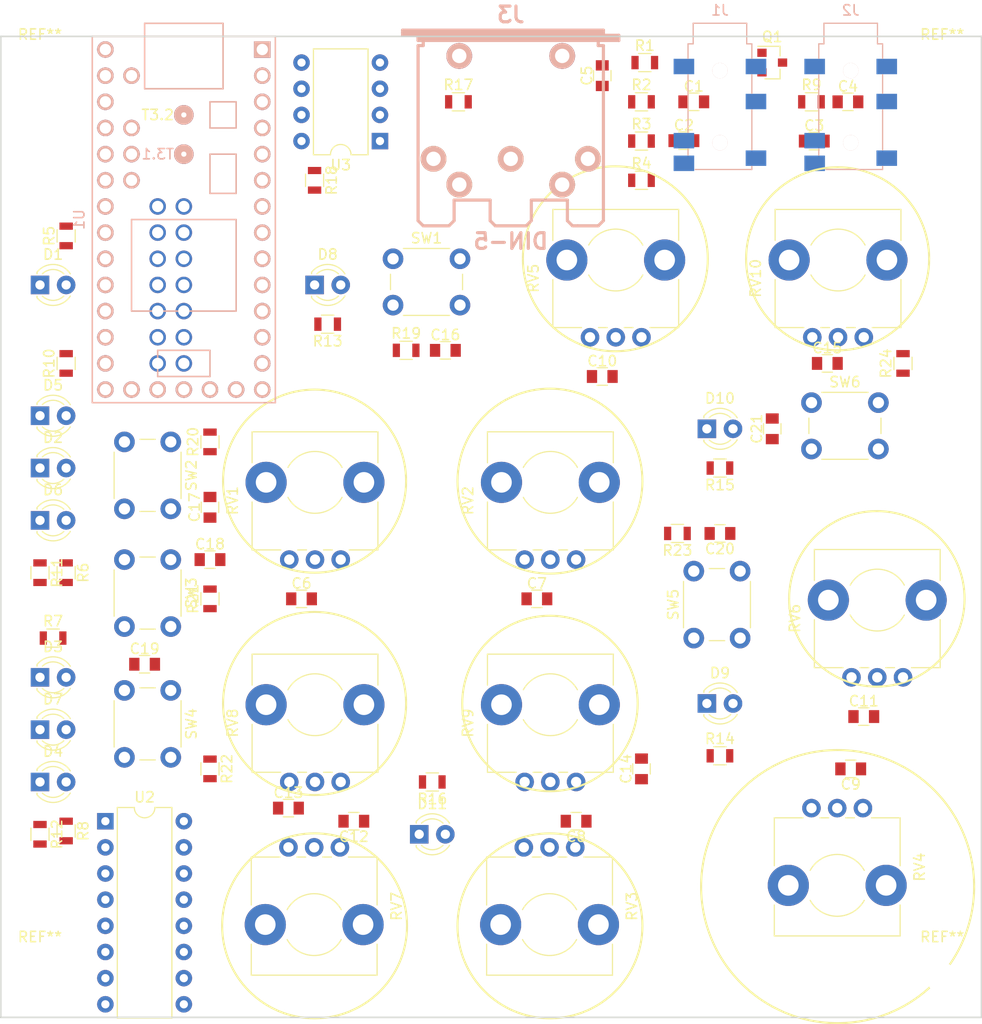
<source format=kicad_pcb>
(kicad_pcb (version 20171114) (host pcbnew "(2017-11-24 revision 9df938484)-makepkg")
  (layers (0 F.Cu signal) (31 B.Cu signal) (34 B.Paste user) (35 F.Paste user) (36 B.SilkS user) (37 F.SilkS user) (38 B.Mask user) (39 F.Mask user) (44 Edge.Cuts user))
  (net 0 "")
  (net 1 "Net-(U1-Pad18)")
  (net 2 "Net-(U1-Pad16)")
  (net 3 "Net-(U1-Pad15)")
  (net 4 "Net-(U1-Pad14)")
  (net 5 "Net-(U1-Pad34)")
  (net 6 "Net-(U1-Pad35)")
  (net 7 "Net-(U1-Pad36)")
  (net 8 "Net-(U1-Pad37)")
  (net 9 "Net-(U1-Pad3)")
  (net 10 "Net-(U1-Pad38)")
  (net 11 "Net-(U1-Pad39)")
  (net 12 "Net-(U1-Pad40)")
  (net 13 "Net-(U1-Pad41)")
  (net 14 "Net-(U1-Pad42)")
  (net 15 "Net-(U1-Pad43)")
  (net 16 "Net-(U1-Pad44)")
  (net 17 "Net-(U1-Pad45)")
  (net 18 "Net-(U1-Pad46)")
  (net 19 "Net-(U1-Pad47)")
  (net 20 "Net-(U1-Pad48)")
  (net 21 "Net-(U1-Pad49)")
  (net 22 "Net-(U1-Pad50)")
  (net 23 "Net-(U1-Pad51)")
  (net 24 "Net-(U1-Pad52)")
  (net 25 "Net-(C1-Pad2)")
  (net 26 "Net-(C1-Pad1)")
  (net 27 "Net-(C2-Pad1)")
  (net 28 "Net-(C2-Pad2)")
  (net 29 "Net-(J1-Pad3)")
  (net 30 GND)
  (net 31 "Net-(C3-Pad1)")
  (net 32 "Net-(C3-Pad2)")
  (net 33 "Net-(C4-Pad2)")
  (net 34 VOUT)
  (net 35 "Net-(C5-Pad2)")
  (net 36 A0)
  (net 37 A2)
  (net 38 A4)
  (net 39 A6)
  (net 40 A8)
  (net 41 A1)
  (net 42 A3)
  (net 43 A5)
  (net 44 A7)
  (net 45 A9)
  (net 46 B0)
  (net 47 B2)
  (net 48 B1)
  (net 49 B3)
  (net 50 "Net-(D1-Pad2)")
  (net 51 "Net-(D2-Pad2)")
  (net 52 "Net-(D3-Pad2)")
  (net 53 "Net-(D4-Pad2)")
  (net 54 "Net-(D5-Pad2)")
  (net 55 "Net-(D6-Pad2)")
  (net 56 "Net-(D7-Pad2)")
  (net 57 "Net-(D8-Pad2)")
  (net 58 "Net-(D9-Pad2)")
  (net 59 "Net-(D10-Pad2)")
  (net 60 "Net-(D11-Pad2)")
  (net 61 "Net-(J2-Pad3)")
  (net 62 "Net-(J3-Pad3)")
  (net 63 "Net-(J3-Pad4)")
  (net 64 "Net-(J3-Pad2)")
  (net 65 "Net-(J3-Pad1)")
  (net 66 "Net-(J3-Pad5)")
  (net 67 "Net-(R5-Pad2)")
  (net 68 "Net-(R6-Pad2)")
  (net 69 "Net-(R7-Pad2)")
  (net 70 "Net-(R8-Pad2)")
  (net 71 "Net-(R10-Pad2)")
  (net 72 "Net-(R11-Pad2)")
  (net 73 "Net-(R12-Pad2)")
  (net 74 "Net-(R13-Pad2)")
  (net 75 L2)
  (net 76 L1)
  (net 77 L0)
  (net 78 "Net-(R17-Pad1)")
  (net 79 MIDI_IN)
  (net 80 VSS)
  (net 81 SCK)
  (net 82 VCC)
  (net 83 MOSI)
  (net 84 B4)
  (net 85 "Net-(U2-Pad13)")
  (net 86 "Net-(U2-Pad12)")
  (net 87 "Net-(U2-Pad9)")
  (net 88 "Net-(U3-Pad4)")
  (net 89 "Net-(U3-Pad7)")
  (net 90 "Net-(U3-Pad1)")
  (net 91 TYPE)
  (module TO_SOT_Packages_SMD:SOT-23 (layer F.Cu) (at 91.44 20.32)
    (fp_text reference Q1 (at 0 -2.5) (layer F.SilkS))
    (fp_text value PZT2222A)
    (pad 1 smd rect (at -1 -0.95) (size 0.9 0.8) (layers F.Cu F.Paste F.Mask) (net 35 "Net-(C5-Pad2)"))
    (pad 2 smd rect (at -1 0.95) (size 0.9 0.8) (layers F.Cu F.Paste F.Mask) (net 82 VCC))
    (pad 3 smd rect (at 1 0) (size 0.9 0.8) (layers F.Cu F.Paste F.Mask) (net 31 "Net-(C3-Pad1)"))
  )
  (module Mounting_Holes:MountingHole_3mm (layer F.Cu) (at 107.95 109.22)
    (fp_text reference REF** (at 0 -4) (layer F.SilkS))
    (fp_text value MountingHole_3mm)
    (pad 1 np_thru_hole circle (at 0 0) (size 3 3) (drill 3) (layers *.Cu *.Mask))
  )
  (module Mounting_Holes:MountingHole_3mm (layer F.Cu) (at 20.32 109.22)
    (fp_text reference REF** (at 0 -4) (layer F.SilkS))
    (fp_text value MountingHole_3mm)
    (pad 1 np_thru_hole circle (at 0 0) (size 3 3) (drill 3) (layers *.Cu *.Mask))
  )
  (module Mounting_Holes:MountingHole_3mm (layer F.Cu) (at 20.32 21.59)
    (fp_text reference REF** (at 0 -4) (layer F.SilkS))
    (fp_text value MountingHole_3mm)
    (pad 1 np_thru_hole circle (at 0 0) (size 3 3) (drill 3) (layers *.Cu *.Mask))
  )
  (module Mounting_Holes:MountingHole_3mm (layer F.Cu) (at 107.95 21.59)
    (fp_text reference REF** (at 0 -4) (layer F.SilkS))
    (fp_text value MountingHole_3mm)
    (pad 1 np_thru_hole circle (at 0 0) (size 3 3) (drill 3) (layers *.Cu *.Mask))
  )
  (module teensy:Teensy30_31_32_LC (layer B.Cu) (at 34.29 35.56 270)
    (fp_text reference U1 (at 0 10.16 270) (layer B.SilkS) (effects (justify mirror)))
    (fp_text value Teensy3.2)
    (fp_text user T3.2 (at -10.16 2.54) (layer F.SilkS))
    (fp_text user T3.1 (at -6.35 2.54 180) (layer B.SilkS) (effects (justify mirror)))
    (pad 17 thru_hole circle (at 16.51 0 270) (size 1.6 1.6) (drill 1.1) (layers *.Cu *.Mask B.SilkS) (net 30 GND))
    (pad 18 thru_hole circle (at 16.51 2.54 270) (size 1.6 1.6) (drill 1.1) (layers *.Cu *.Mask B.SilkS) (net 1 "Net-(U1-Pad18)"))
    (pad 19 thru_hole circle (at 16.51 5.08 270) (size 1.6 1.6) (drill 1.1) (layers *.Cu *.Mask B.SilkS) (net 34 VOUT))
    (pad 20 thru_hole circle (at 16.51 7.62 270) (size 1.6 1.6) (drill 1.1) (layers *.Cu *.Mask B.SilkS) (net 81 SCK))
    (pad 16 thru_hole circle (at 16.51 -2.54 270) (size 1.6 1.6) (drill 1.1) (layers *.Cu *.Mask B.SilkS) (net 2 "Net-(U1-Pad16)"))
    (pad 15 thru_hole circle (at 16.51 -5.08 270) (size 1.6 1.6) (drill 1.1) (layers *.Cu *.Mask B.SilkS) (net 3 "Net-(U1-Pad15)"))
    (pad 14 thru_hole circle (at 16.51 -7.62 270) (size 1.6 1.6) (drill 1.1) (layers *.Cu *.Mask B.SilkS) (net 4 "Net-(U1-Pad14)"))
    (pad 21 thru_hole circle (at 13.97 7.62 270) (size 1.6 1.6) (drill 1.1) (layers *.Cu *.Mask B.SilkS) (net 36 A0))
    (pad 22 thru_hole circle (at 11.43 7.62 270) (size 1.6 1.6) (drill 1.1) (layers *.Cu *.Mask B.SilkS) (net 41 A1))
    (pad 23 thru_hole circle (at 8.89 7.62 270) (size 1.6 1.6) (drill 1.1) (layers *.Cu *.Mask B.SilkS) (net 37 A2))
    (pad 24 thru_hole circle (at 6.35 7.62 270) (size 1.6 1.6) (drill 1.1) (layers *.Cu *.Mask B.SilkS) (net 42 A3))
    (pad 25 thru_hole circle (at 3.81 7.62 270) (size 1.6 1.6) (drill 1.1) (layers *.Cu *.Mask B.SilkS) (net 38 A4))
    (pad 26 thru_hole circle (at 1.27 7.62 270) (size 1.6 1.6) (drill 1.1) (layers *.Cu *.Mask B.SilkS) (net 43 A5))
    (pad 27 thru_hole circle (at -1.27 7.62 270) (size 1.6 1.6) (drill 1.1) (layers *.Cu *.Mask B.SilkS) (net 39 A6))
    (pad 28 thru_hole circle (at -3.81 7.62 270) (size 1.6 1.6) (drill 1.1) (layers *.Cu *.Mask B.SilkS) (net 44 A7))
    (pad 29 thru_hole circle (at -6.35 7.62 270) (size 1.6 1.6) (drill 1.1) (layers *.Cu *.Mask B.SilkS) (net 40 A8))
    (pad 30 thru_hole circle (at -8.89 7.62 270) (size 1.6 1.6) (drill 1.1) (layers *.Cu *.Mask B.SilkS) (net 45 A9))
    (pad 31 thru_hole circle (at -11.43 7.62 270) (size 1.6 1.6) (drill 1.1) (layers *.Cu *.Mask B.SilkS) (net 80 VSS))
    (pad 32 thru_hole circle (at -13.97 7.62 270) (size 1.6 1.6) (drill 1.1) (layers *.Cu *.Mask B.SilkS) (net 30 GND))
    (pad 33 thru_hole circle (at -16.51 7.62 270) (size 1.6 1.6) (drill 1.1) (layers *.Cu *.Mask B.SilkS) (net 82 VCC))
    (pad 34 thru_hole circle (at -13.97 5.08 270) (size 1.6 1.6) (drill 1.1) (layers *.Cu *.Mask B.SilkS) (net 5 "Net-(U1-Pad34)"))
    (pad 35 thru_hole circle (at -8.89 5.08 270) (size 1.6 1.6) (drill 1.1) (layers *.Cu *.Mask B.SilkS) (net 6 "Net-(U1-Pad35)"))
    (pad 36 thru_hole circle (at -6.35 5.08 270) (size 1.6 1.6) (drill 1.1) (layers *.Cu *.Mask B.SilkS) (net 7 "Net-(U1-Pad36)"))
    (pad 37 thru_hole circle (at -3.81 5.08 270) (size 1.6 1.6) (drill 1.1) (layers *.Cu *.Mask B.SilkS) (net 8 "Net-(U1-Pad37)"))
    (pad 13 thru_hole circle (at 13.97 -7.62 270) (size 1.6 1.6) (drill 1.1) (layers *.Cu *.Mask B.SilkS) (net 83 MOSI))
    (pad 12 thru_hole circle (at 11.43 -7.62 270) (size 1.6 1.6) (drill 1.1) (layers *.Cu *.Mask B.SilkS) (net 49 B3))
    (pad 11 thru_hole circle (at 8.89 -7.62 270) (size 1.6 1.6) (drill 1.1) (layers *.Cu *.Mask B.SilkS) (net 47 B2))
    (pad 10 thru_hole circle (at 6.35 -7.62 270) (size 1.6 1.6) (drill 1.1) (layers *.Cu *.Mask B.SilkS) (net 48 B1))
    (pad 9 thru_hole circle (at 3.81 -7.62 270) (size 1.6 1.6) (drill 1.1) (layers *.Cu *.Mask B.SilkS) (net 46 B0))
    (pad 8 thru_hole circle (at 1.27 -7.62 270) (size 1.6 1.6) (drill 1.1) (layers *.Cu *.Mask B.SilkS) (net 75 L2))
    (pad 7 thru_hole circle (at -1.27 -7.62 270) (size 1.6 1.6) (drill 1.1) (layers *.Cu *.Mask B.SilkS) (net 76 L1))
    (pad 6 thru_hole circle (at -3.81 -7.62 270) (size 1.6 1.6) (drill 1.1) (layers *.Cu *.Mask B.SilkS) (net 77 L0))
    (pad 5 thru_hole circle (at -6.35 -7.62 270) (size 1.6 1.6) (drill 1.1) (layers *.Cu *.Mask B.SilkS) (net 91 TYPE))
    (pad 4 thru_hole circle (at -8.89 -7.62 270) (size 1.6 1.6) (drill 1.1) (layers *.Cu *.Mask B.SilkS) (net 84 B4))
    (pad 3 thru_hole circle (at -11.43 -7.62 270) (size 1.6 1.6) (drill 1.1) (layers *.Cu *.Mask B.SilkS) (net 9 "Net-(U1-Pad3)"))
    (pad 2 thru_hole circle (at -13.97 -7.62 270) (size 1.6 1.6) (drill 1.1) (layers *.Cu *.Mask B.SilkS) (net 79 MIDI_IN))
    (pad 1 thru_hole rect (at -16.51 -7.62 270) (size 1.6 1.6) (drill 1.1) (layers *.Cu *.Mask B.SilkS) (net 30 GND))
    (pad 38 thru_hole circle (at -1.27 0 270) (size 1.6 1.6) (drill 1.1) (layers *.Cu *.Mask) (net 10 "Net-(U1-Pad38)"))
    (pad 39 thru_hole circle (at 1.27 0 270) (size 1.6 1.6) (drill 1.1) (layers *.Cu *.Mask) (net 11 "Net-(U1-Pad39)"))
    (pad 40 thru_hole circle (at 3.81 0 270) (size 1.6 1.6) (drill 1.1) (layers *.Cu *.Mask) (net 12 "Net-(U1-Pad40)"))
    (pad 41 thru_hole circle (at 6.35 0 270) (size 1.6 1.6) (drill 1.1) (layers *.Cu *.Mask) (net 13 "Net-(U1-Pad41)"))
    (pad 42 thru_hole circle (at 8.89 0 270) (size 1.6 1.6) (drill 1.1) (layers *.Cu *.Mask) (net 14 "Net-(U1-Pad42)"))
    (pad 43 thru_hole circle (at 11.43 0 270) (size 1.6 1.6) (drill 1.1) (layers *.Cu *.Mask) (net 15 "Net-(U1-Pad43)"))
    (pad 44 thru_hole circle (at 13.97 0 270) (size 1.6 1.6) (drill 1.1) (layers *.Cu *.Mask) (net 16 "Net-(U1-Pad44)"))
    (pad 45 thru_hole circle (at 13.97 2.54 270) (size 1.6 1.6) (drill 1.1) (layers *.Cu *.Mask) (net 17 "Net-(U1-Pad45)"))
    (pad 46 thru_hole circle (at 11.43 2.54 270) (size 1.6 1.6) (drill 1.1) (layers *.Cu *.Mask) (net 18 "Net-(U1-Pad46)"))
    (pad 47 thru_hole circle (at 8.89 2.54 270) (size 1.6 1.6) (drill 1.1) (layers *.Cu *.Mask) (net 19 "Net-(U1-Pad47)"))
    (pad 48 thru_hole circle (at 6.35 2.54 270) (size 1.6 1.6) (drill 1.1) (layers *.Cu *.Mask) (net 20 "Net-(U1-Pad48)"))
    (pad 49 thru_hole circle (at 3.81 2.54 270) (size 1.6 1.6) (drill 1.1) (layers *.Cu *.Mask) (net 21 "Net-(U1-Pad49)"))
    (pad 50 thru_hole circle (at 1.27 2.54 270) (size 1.6 1.6) (drill 1.1) (layers *.Cu *.Mask) (net 22 "Net-(U1-Pad50)"))
    (pad 51 thru_hole circle (at -1.27 2.54 270) (size 1.6 1.6) (drill 1.1) (layers *.Cu *.Mask) (net 23 "Net-(U1-Pad51)"))
    (pad 52 thru_hole circle (at -6.35 0 270) (size 1.9 1.9) (drill 0.5) (layers *.Cu *.Mask B.SilkS) (net 24 "Net-(U1-Pad52)"))
    (pad 52 thru_hole circle (at -10.16 0 270) (size 1.9 1.9) (drill 0.5) (layers *.Cu *.Mask B.SilkS) (net 24 "Net-(U1-Pad52)"))
  )
  (module Capacitors_SMD:C_0805 (layer F.Cu) (at 83.82 24.13)
    (fp_text reference C1 (at 0 -1.5) (layer F.SilkS))
    (fp_text value 2.2u)
    (pad 2 smd rect (at 1 0) (size 1 1.25) (layers F.Cu F.Paste F.Mask) (net 25 "Net-(C1-Pad2)"))
    (pad 1 smd rect (at -1 0) (size 1 1.25) (layers F.Cu F.Paste F.Mask) (net 26 "Net-(C1-Pad1)"))
  )
  (module Capacitors_SMD:C_0805 (layer F.Cu) (at 82.86 27.9)
    (fp_text reference C2 (at 0 -1.5) (layer F.SilkS))
    (fp_text value 2.2u)
    (pad 1 smd rect (at -1 0) (size 1 1.25) (layers F.Cu F.Paste F.Mask) (net 27 "Net-(C2-Pad1)"))
    (pad 2 smd rect (at 1 0) (size 1 1.25) (layers F.Cu F.Paste F.Mask) (net 28 "Net-(C2-Pad2)"))
  )
  (module Connectors:PJ311_3.5mm_Jack (layer B.Cu) (at 86.36 25.4 180)
    (fp_text reference J1 (at 0 10.16 180) (layer B.SilkS) (effects (justify mirror)))
    (fp_text value "Line Out")
    (pad 2 smd rect (at 3.5 4.7 180) (size 2 1.5) (layers B.Cu B.Paste B.Mask) (net 25 "Net-(C1-Pad2)"))
    (pad "" np_thru_hole circle (at 0 -2.7 180) (size 1.5 1.5) (drill 1.5) (layers *.Cu *.Mask B.SilkS))
    (pad "" np_thru_hole circle (at 0 4.3 180) (size 1.5 1.5) (drill 1.5) (layers *.Cu *.Mask B.SilkS))
    (pad 4 smd rect (at 3.5 -2.5 180) (size 2 1.5) (layers B.Cu B.Paste B.Mask))
    (pad 5 smd rect (at 3.5 -4.7 180) (size 2 1.5) (layers B.Cu B.Paste B.Mask))
    (pad 1 smd rect (at -3.5 4.7 180) (size 2 1.5) (layers B.Cu B.Paste B.Mask) (net 28 "Net-(C2-Pad2)"))
    (pad 3 smd rect (at -3.5 1.3 180) (size 2 1.5) (layers B.Cu B.Paste B.Mask) (net 29 "Net-(J1-Pad3)"))
    (pad 6 smd rect (at -3.5 -4.2 180) (size 2 1.5) (layers B.Cu B.Paste B.Mask))
  )
  (module Resistors_SMD:R_0805 (layer F.Cu) (at 79.06 20.32)
    (fp_text reference R1 (at 0 -1.65) (layer F.SilkS))
    (fp_text value 3.3k)
    (pad 1 smd rect (at -0.95 0) (size 0.7 1.3) (layers F.Cu F.Paste F.Mask) (net 30 GND))
    (pad 2 smd rect (at 0.95 0) (size 0.7 1.3) (layers F.Cu F.Paste F.Mask) (net 26 "Net-(C1-Pad1)"))
  )
  (module Resistors_SMD:R_0805 (layer F.Cu) (at 78.74 24.13)
    (fp_text reference R2 (at 0 -1.65) (layer F.SilkS))
    (fp_text value 3.3k)
    (pad 1 smd rect (at -0.95 0) (size 0.7 1.3) (layers F.Cu F.Paste F.Mask) (net 30 GND))
    (pad 2 smd rect (at 0.95 0) (size 0.7 1.3) (layers F.Cu F.Paste F.Mask) (net 27 "Net-(C2-Pad1)"))
  )
  (module Resistors_SMD:R_0805 (layer F.Cu) (at 78.74 27.94)
    (fp_text reference R3 (at 0 -1.65) (layer F.SilkS))
    (fp_text value 1k)
    (pad 2 smd rect (at 0.95 0) (size 0.7 1.3) (layers F.Cu F.Paste F.Mask) (net 26 "Net-(C1-Pad1)"))
    (pad 1 smd rect (at -0.95 0) (size 0.7 1.3) (layers F.Cu F.Paste F.Mask) (net 34 VOUT))
  )
  (module Resistors_SMD:R_0805 (layer F.Cu) (at 78.74 31.75)
    (fp_text reference R4 (at 0 -1.65) (layer F.SilkS))
    (fp_text value 1k)
    (pad 2 smd rect (at 0.95 0) (size 0.7 1.3) (layers F.Cu F.Paste F.Mask) (net 27 "Net-(C2-Pad1)"))
    (pad 1 smd rect (at -0.95 0) (size 0.7 1.3) (layers F.Cu F.Paste F.Mask) (net 34 VOUT))
  )
  (module Capacitors_SMD:C_0805 (layer F.Cu) (at 95.52 27.94)
    (fp_text reference C3 (at 0 -1.5) (layer F.SilkS))
    (fp_text value 2.2u)
    (pad 1 smd rect (at -1 0) (size 1 1.25) (layers F.Cu F.Paste F.Mask) (net 31 "Net-(C3-Pad1)"))
    (pad 2 smd rect (at 1 0) (size 1 1.25) (layers F.Cu F.Paste F.Mask) (net 32 "Net-(C3-Pad2)"))
  )
  (module Capacitors_SMD:C_0805 (layer F.Cu) (at 98.79 24.13)
    (fp_text reference C4 (at 0 -1.5) (layer F.SilkS))
    (fp_text value 2.2u)
    (pad 2 smd rect (at 1 0) (size 1 1.25) (layers F.Cu F.Paste F.Mask) (net 33 "Net-(C4-Pad2)"))
    (pad 1 smd rect (at -1 0) (size 1 1.25) (layers F.Cu F.Paste F.Mask) (net 31 "Net-(C3-Pad1)"))
  )
  (module Capacitors_SMD:C_0805 (layer F.Cu) (at 74.93 21.59 90)
    (fp_text reference C5 (at 0 -1.5 90) (layer F.SilkS))
    (fp_text value 2.2u)
    (pad 1 smd rect (at -1 0 90) (size 1 1.25) (layers F.Cu F.Paste F.Mask) (net 34 VOUT))
    (pad 2 smd rect (at 1 0 90) (size 1 1.25) (layers F.Cu F.Paste F.Mask) (net 35 "Net-(C5-Pad2)"))
  )
  (module Capacitors_SMD:C_0805 (layer F.Cu) (at 45.72 72.39)
    (fp_text reference C6 (at 0 -1.5) (layer F.SilkS))
    (fp_text value 1n)
    (pad 2 smd rect (at 1 0) (size 1 1.25) (layers F.Cu F.Paste F.Mask) (net 36 A0))
    (pad 1 smd rect (at -1 0) (size 1 1.25) (layers F.Cu F.Paste F.Mask) (net 30 GND))
  )
  (module Capacitors_SMD:C_0805 (layer F.Cu) (at 68.58 72.39)
    (fp_text reference C7 (at 0 -1.5) (layer F.SilkS))
    (fp_text value 1n)
    (pad 2 smd rect (at 1 0) (size 1 1.25) (layers F.Cu F.Paste F.Mask) (net 37 A2))
    (pad 1 smd rect (at -1 0) (size 1 1.25) (layers F.Cu F.Paste F.Mask) (net 30 GND))
  )
  (module Capacitors_SMD:C_0805 (layer F.Cu) (at 72.39 93.98 180)
    (fp_text reference C8 (at 0 -1.5 180) (layer F.SilkS))
    (fp_text value 1n)
    (pad 2 smd rect (at 1 0 180) (size 1 1.25) (layers F.Cu F.Paste F.Mask) (net 38 A4))
    (pad 1 smd rect (at -1 0 180) (size 1 1.25) (layers F.Cu F.Paste F.Mask) (net 30 GND))
  )
  (module Capacitors_SMD:C_0805 (layer F.Cu) (at 99.06 88.9 180)
    (fp_text reference C9 (at 0 -1.5 180) (layer F.SilkS))
    (fp_text value 1n)
    (pad 2 smd rect (at 1 0 180) (size 1 1.25) (layers F.Cu F.Paste F.Mask) (net 39 A6))
    (pad 1 smd rect (at -1 0 180) (size 1 1.25) (layers F.Cu F.Paste F.Mask) (net 30 GND))
  )
  (module Capacitors_SMD:C_0805 (layer F.Cu) (at 74.93 50.8)
    (fp_text reference C10 (at 0 -1.5) (layer F.SilkS))
    (fp_text value 1n)
    (pad 2 smd rect (at 1 0) (size 1 1.25) (layers F.Cu F.Paste F.Mask) (net 40 A8))
    (pad 1 smd rect (at -1 0) (size 1 1.25) (layers F.Cu F.Paste F.Mask) (net 30 GND))
  )
  (module Capacitors_SMD:C_0805 (layer F.Cu) (at 100.33 83.82)
    (fp_text reference C11 (at 0 -1.5) (layer F.SilkS))
    (fp_text value 1n)
    (pad 1 smd rect (at -1 0) (size 1 1.25) (layers F.Cu F.Paste F.Mask) (net 30 GND))
    (pad 2 smd rect (at 1 0) (size 1 1.25) (layers F.Cu F.Paste F.Mask) (net 41 A1))
  )
  (module Capacitors_SMD:C_0805 (layer F.Cu) (at 50.8 93.98 180)
    (fp_text reference C12 (at 0 -1.5 180) (layer F.SilkS))
    (fp_text value 1n)
    (pad 1 smd rect (at -1 0 180) (size 1 1.25) (layers F.Cu F.Paste F.Mask) (net 30 GND))
    (pad 2 smd rect (at 1 0 180) (size 1 1.25) (layers F.Cu F.Paste F.Mask) (net 42 A3))
  )
  (module Capacitors_SMD:C_0805 (layer F.Cu) (at 44.45 92.71)
    (fp_text reference C13 (at 0 -1.5) (layer F.SilkS))
    (fp_text value 1n)
    (pad 1 smd rect (at -1 0) (size 1 1.25) (layers F.Cu F.Paste F.Mask) (net 30 GND))
    (pad 2 smd rect (at 1 0) (size 1 1.25) (layers F.Cu F.Paste F.Mask) (net 43 A5))
  )
  (module Capacitors_SMD:C_0805 (layer F.Cu) (at 78.74 88.9 90)
    (fp_text reference C14 (at 0 -1.5 90) (layer F.SilkS))
    (fp_text value 1n)
    (pad 1 smd rect (at -1 0 90) (size 1 1.25) (layers F.Cu F.Paste F.Mask) (net 30 GND))
    (pad 2 smd rect (at 1 0 90) (size 1 1.25) (layers F.Cu F.Paste F.Mask) (net 44 A7))
  )
  (module Capacitors_SMD:C_0805 (layer F.Cu) (at 96.79 49.53)
    (fp_text reference C15 (at 0 -1.5) (layer F.SilkS))
    (fp_text value 1n)
    (pad 2 smd rect (at 1 0) (size 1 1.25) (layers F.Cu F.Paste F.Mask) (net 45 A9))
    (pad 1 smd rect (at -1 0) (size 1 1.25) (layers F.Cu F.Paste F.Mask) (net 30 GND))
  )
  (module Capacitors_SMD:C_0805 (layer F.Cu) (at 59.69 48.26)
    (fp_text reference C16 (at 0 -1.5) (layer F.SilkS))
    (fp_text value 1n)
    (pad 2 smd rect (at 1 0) (size 1 1.25) (layers F.Cu F.Paste F.Mask) (net 46 B0))
    (pad 1 smd rect (at -1 0) (size 1 1.25) (layers F.Cu F.Paste F.Mask) (net 30 GND))
  )
  (module Capacitors_SMD:C_0805 (layer F.Cu) (at 36.83 63.5 90)
    (fp_text reference C17 (at 0 -1.5 90) (layer F.SilkS))
    (fp_text value 1n)
    (pad 2 smd rect (at 1 0 90) (size 1 1.25) (layers F.Cu F.Paste F.Mask) (net 47 B2))
    (pad 1 smd rect (at -1 0 90) (size 1 1.25) (layers F.Cu F.Paste F.Mask) (net 30 GND))
  )
  (module Capacitors_SMD:C_0805 (layer F.Cu) (at 36.83 68.58)
    (fp_text reference C18 (at 0 -1.5) (layer F.SilkS))
    (fp_text value 1n)
    (pad 1 smd rect (at -1 0) (size 1 1.25) (layers F.Cu F.Paste F.Mask) (net 30 GND))
    (pad 2 smd rect (at 1 0) (size 1 1.25) (layers F.Cu F.Paste F.Mask) (net 48 B1))
  )
  (module Capacitors_SMD:C_0805 (layer F.Cu) (at 30.48 78.74)
    (fp_text reference C19 (at 0 -1.5) (layer F.SilkS))
    (fp_text value 1n)
    (pad 1 smd rect (at -1 0) (size 1 1.25) (layers F.Cu F.Paste F.Mask) (net 30 GND))
    (pad 2 smd rect (at 1 0) (size 1 1.25) (layers F.Cu F.Paste F.Mask) (net 49 B3))
  )
  (module LEDs:LED_D3.0mm (layer F.Cu) (at 20.32 41.91)
    (fp_text reference D1 (at 1.27 -2.96) (layer F.SilkS))
    (fp_text value LED)
    (pad 2 thru_hole circle (at 2.54 0) (size 1.8 1.8) (drill 0.9) (layers *.Cu *.Mask) (net 50 "Net-(D1-Pad2)"))
    (pad 1 thru_hole rect (at 0 0) (size 1.8 1.8) (drill 0.9) (layers *.Cu *.Mask) (net 30 GND))
  )
  (module LEDs:LED_D3.0mm (layer F.Cu) (at 20.32 59.69)
    (fp_text reference D2 (at 1.27 -2.96) (layer F.SilkS))
    (fp_text value LED)
    (pad 1 thru_hole rect (at 0 0) (size 1.8 1.8) (drill 0.9) (layers *.Cu *.Mask) (net 30 GND))
    (pad 2 thru_hole circle (at 2.54 0) (size 1.8 1.8) (drill 0.9) (layers *.Cu *.Mask) (net 51 "Net-(D2-Pad2)"))
  )
  (module LEDs:LED_D3.0mm (layer F.Cu) (at 20.32 80.01)
    (fp_text reference D3 (at 1.27 -2.96) (layer F.SilkS))
    (fp_text value LED)
    (pad 1 thru_hole rect (at 0 0) (size 1.8 1.8) (drill 0.9) (layers *.Cu *.Mask) (net 30 GND))
    (pad 2 thru_hole circle (at 2.54 0) (size 1.8 1.8) (drill 0.9) (layers *.Cu *.Mask) (net 52 "Net-(D3-Pad2)"))
  )
  (module LEDs:LED_D3.0mm (layer F.Cu) (at 20.32 90.17)
    (fp_text reference D4 (at 1.27 -2.96) (layer F.SilkS))
    (fp_text value LED)
    (pad 1 thru_hole rect (at 0 0) (size 1.8 1.8) (drill 0.9) (layers *.Cu *.Mask) (net 30 GND))
    (pad 2 thru_hole circle (at 2.54 0) (size 1.8 1.8) (drill 0.9) (layers *.Cu *.Mask) (net 53 "Net-(D4-Pad2)"))
  )
  (module LEDs:LED_D3.0mm (layer F.Cu) (at 20.32 54.61)
    (fp_text reference D5 (at 1.27 -2.96) (layer F.SilkS))
    (fp_text value LED)
    (pad 2 thru_hole circle (at 2.54 0) (size 1.8 1.8) (drill 0.9) (layers *.Cu *.Mask) (net 54 "Net-(D5-Pad2)"))
    (pad 1 thru_hole rect (at 0 0) (size 1.8 1.8) (drill 0.9) (layers *.Cu *.Mask) (net 30 GND))
  )
  (module LEDs:LED_D3.0mm (layer F.Cu) (at 20.32 64.77)
    (fp_text reference D6 (at 1.27 -2.96) (layer F.SilkS))
    (fp_text value LED)
    (pad 2 thru_hole circle (at 2.54 0) (size 1.8 1.8) (drill 0.9) (layers *.Cu *.Mask) (net 55 "Net-(D6-Pad2)"))
    (pad 1 thru_hole rect (at 0 0) (size 1.8 1.8) (drill 0.9) (layers *.Cu *.Mask) (net 30 GND))
  )
  (module LEDs:LED_D3.0mm (layer F.Cu) (at 20.32 85.09)
    (fp_text reference D7 (at 1.27 -2.96) (layer F.SilkS))
    (fp_text value LED)
    (pad 2 thru_hole circle (at 2.54 0) (size 1.8 1.8) (drill 0.9) (layers *.Cu *.Mask) (net 56 "Net-(D7-Pad2)"))
    (pad 1 thru_hole rect (at 0 0) (size 1.8 1.8) (drill 0.9) (layers *.Cu *.Mask) (net 30 GND))
  )
  (module LEDs:LED_D3.0mm (layer F.Cu) (at 46.99 41.91)
    (fp_text reference D8 (at 1.27 -2.96) (layer F.SilkS))
    (fp_text value LED)
    (pad 2 thru_hole circle (at 2.54 0) (size 1.8 1.8) (drill 0.9) (layers *.Cu *.Mask) (net 57 "Net-(D8-Pad2)"))
    (pad 1 thru_hole rect (at 0 0) (size 1.8 1.8) (drill 0.9) (layers *.Cu *.Mask) (net 30 GND))
  )
  (module LEDs:LED_D3.0mm (layer F.Cu) (at 85.09 82.55)
    (fp_text reference D9 (at 1.27 -2.96) (layer F.SilkS))
    (fp_text value LED)
    (pad 1 thru_hole rect (at 0 0) (size 1.8 1.8) (drill 0.9) (layers *.Cu *.Mask) (net 30 GND))
    (pad 2 thru_hole circle (at 2.54 0) (size 1.8 1.8) (drill 0.9) (layers *.Cu *.Mask) (net 58 "Net-(D9-Pad2)"))
  )
  (module LEDs:LED_D3.0mm (layer F.Cu) (at 85.09 55.88)
    (fp_text reference D10 (at 1.27 -2.96) (layer F.SilkS))
    (fp_text value LED)
    (pad 2 thru_hole circle (at 2.54 0) (size 1.8 1.8) (drill 0.9) (layers *.Cu *.Mask) (net 59 "Net-(D10-Pad2)"))
    (pad 1 thru_hole rect (at 0 0) (size 1.8 1.8) (drill 0.9) (layers *.Cu *.Mask) (net 30 GND))
  )
  (module LEDs:LED_D3.0mm (layer F.Cu) (at 57.15 95.25)
    (fp_text reference D11 (at 1.27 -2.96) (layer F.SilkS))
    (fp_text value LED)
    (pad 1 thru_hole rect (at 0 0) (size 1.8 1.8) (drill 0.9) (layers *.Cu *.Mask) (net 30 GND))
    (pad 2 thru_hole circle (at 2.54 0) (size 1.8 1.8) (drill 0.9) (layers *.Cu *.Mask) (net 60 "Net-(D11-Pad2)"))
  )
  (module Connectors:PJ311_3.5mm_Jack (layer B.Cu) (at 99.06 25.4 180)
    (fp_text reference J2 (at 0 10.16 180) (layer B.SilkS) (effects (justify mirror)))
    (fp_text value "Headphone Out")
    (pad 2 smd rect (at 3.5 4.7 180) (size 2 1.5) (layers B.Cu B.Paste B.Mask) (net 33 "Net-(C4-Pad2)"))
    (pad "" np_thru_hole circle (at 0 -2.7 180) (size 1.5 1.5) (drill 1.5) (layers *.Cu *.Mask B.SilkS))
    (pad "" np_thru_hole circle (at 0 4.3 180) (size 1.5 1.5) (drill 1.5) (layers *.Cu *.Mask B.SilkS))
    (pad 4 smd rect (at 3.5 -2.5 180) (size 2 1.5) (layers B.Cu B.Paste B.Mask))
    (pad 5 smd rect (at 3.5 -4.7 180) (size 2 1.5) (layers B.Cu B.Paste B.Mask))
    (pad 1 smd rect (at -3.5 4.7 180) (size 2 1.5) (layers B.Cu B.Paste B.Mask) (net 32 "Net-(C3-Pad2)"))
    (pad 3 smd rect (at -3.5 1.3 180) (size 2 1.5) (layers B.Cu B.Paste B.Mask) (net 61 "Net-(J2-Pad3)"))
    (pad 6 smd rect (at -3.5 -4.2 180) (size 2 1.5) (layers B.Cu B.Paste B.Mask))
  )
  (module Eurocad:MIDI_DIN5 (layer B.Cu) (at 66.04 26.67)
    (fp_text reference J3 (at 0 -11.00074) (layer B.SilkS) (effects (font (thickness 0.3048)) (justify mirror)))
    (fp_text value DIN-5 (at 0 11.00074) (layer B.SilkS) (effects (font (thickness 0.3048)) (justify mirror)))
    (pad 3 thru_hole circle (at -7.49808 2.9972) (size 2.49936 2.49936) (drill 1.397) (layers *.Cu *.SilkS *.Mask) (net 62 "Net-(J3-Pad3)"))
    (pad 4 thru_hole circle (at 4.99618 5.4991) (size 2.49936 2.49936) (drill 1.397) (layers *.Cu *.SilkS *.Mask) (net 63 "Net-(J3-Pad4)"))
    (pad 2 thru_hole circle (at 0 2.99974) (size 2.49936 2.49936) (drill 1.397) (layers *.Cu *.SilkS *.Mask) (net 64 "Net-(J3-Pad2)"))
    (pad 1 thru_hole circle (at 7.49808 2.9972) (size 2.49936 2.49936) (drill 1.397) (layers *.Cu *.SilkS *.Mask) (net 65 "Net-(J3-Pad1)"))
    (pad 5 thru_hole circle (at -4.99618 5.4991) (size 2.49936 2.49936) (drill 1.397) (layers *.Cu *.SilkS *.Mask) (net 66 "Net-(J3-Pad5)"))
    (pad "" np_thru_hole circle (at 5.00126 -6.9977) (size 2.49936 2.49936) (drill 1.397) (layers *.Cu *.Mask B.SilkS))
    (pad "" np_thru_hole circle (at -5.00126 -6.9977) (size 2.49936 2.49936) (drill 1.397) (layers *.Cu *.Mask B.SilkS))
  )
  (module Resistors_SMD:R_0805 (layer F.Cu) (at 22.86 37.15 90)
    (fp_text reference R5 (at 0 -1.65 90) (layer F.SilkS))
    (fp_text value 100)
    (pad 1 smd rect (at -0.95 0 90) (size 0.7 1.3) (layers F.Cu F.Paste F.Mask) (net 50 "Net-(D1-Pad2)"))
    (pad 2 smd rect (at 0.95 0 90) (size 0.7 1.3) (layers F.Cu F.Paste F.Mask) (net 67 "Net-(R5-Pad2)"))
  )
  (module Resistors_SMD:R_0805 (layer F.Cu) (at 22.86 69.85 270)
    (fp_text reference R6 (at 0 -1.65 270) (layer F.SilkS))
    (fp_text value 100)
    (pad 1 smd rect (at -0.95 0 270) (size 0.7 1.3) (layers F.Cu F.Paste F.Mask) (net 51 "Net-(D2-Pad2)"))
    (pad 2 smd rect (at 0.95 0 270) (size 0.7 1.3) (layers F.Cu F.Paste F.Mask) (net 68 "Net-(R6-Pad2)"))
  )
  (module Resistors_SMD:R_0805 (layer F.Cu) (at 21.59 76.2)
    (fp_text reference R7 (at 0 -1.65) (layer F.SilkS))
    (fp_text value 100)
    (pad 1 smd rect (at -0.95 0) (size 0.7 1.3) (layers F.Cu F.Paste F.Mask) (net 52 "Net-(D3-Pad2)"))
    (pad 2 smd rect (at 0.95 0) (size 0.7 1.3) (layers F.Cu F.Paste F.Mask) (net 69 "Net-(R7-Pad2)"))
  )
  (module Resistors_SMD:R_0805 (layer F.Cu) (at 22.86 94.93 270)
    (fp_text reference R8 (at 0 -1.65 270) (layer F.SilkS))
    (fp_text value 100)
    (pad 1 smd rect (at -0.95 0 270) (size 0.7 1.3) (layers F.Cu F.Paste F.Mask) (net 53 "Net-(D4-Pad2)"))
    (pad 2 smd rect (at 0.95 0 270) (size 0.7 1.3) (layers F.Cu F.Paste F.Mask) (net 70 "Net-(R8-Pad2)"))
  )
  (module Resistors_SMD:R_0805 (layer F.Cu) (at 95.25 24.13)
    (fp_text reference R9 (at 0 -1.65) (layer F.SilkS))
    (fp_text value 100)
    (pad 2 smd rect (at 0.95 0) (size 0.7 1.3) (layers F.Cu F.Paste F.Mask) (net 31 "Net-(C3-Pad1)"))
    (pad 1 smd rect (at -0.95 0) (size 0.7 1.3) (layers F.Cu F.Paste F.Mask) (net 30 GND))
  )
  (module Resistors_SMD:R_0805 (layer F.Cu) (at 22.86 49.53 90)
    (fp_text reference R10 (at 0 -1.65 90) (layer F.SilkS))
    (fp_text value 100)
    (pad 2 smd rect (at 0.95 0 90) (size 0.7 1.3) (layers F.Cu F.Paste F.Mask) (net 71 "Net-(R10-Pad2)"))
    (pad 1 smd rect (at -0.95 0 90) (size 0.7 1.3) (layers F.Cu F.Paste F.Mask) (net 54 "Net-(D5-Pad2)"))
  )
  (module Resistors_SMD:R_0805 (layer F.Cu) (at 20.32 69.85 270)
    (fp_text reference R11 (at 0 -1.65 270) (layer F.SilkS))
    (fp_text value 100)
    (pad 2 smd rect (at 0.95 0 270) (size 0.7 1.3) (layers F.Cu F.Paste F.Mask) (net 72 "Net-(R11-Pad2)"))
    (pad 1 smd rect (at -0.95 0 270) (size 0.7 1.3) (layers F.Cu F.Paste F.Mask) (net 55 "Net-(D6-Pad2)"))
  )
  (module Resistors_SMD:R_0805 (layer F.Cu) (at 20.32 95.25 270)
    (fp_text reference R12 (at 0 -1.65 270) (layer F.SilkS))
    (fp_text value 100)
    (pad 2 smd rect (at 0.95 0 270) (size 0.7 1.3) (layers F.Cu F.Paste F.Mask) (net 73 "Net-(R12-Pad2)"))
    (pad 1 smd rect (at -0.95 0 270) (size 0.7 1.3) (layers F.Cu F.Paste F.Mask) (net 56 "Net-(D7-Pad2)"))
  )
  (module Resistors_SMD:R_0805 (layer F.Cu) (at 48.26 45.72 180)
    (fp_text reference R13 (at 0 -1.65 180) (layer F.SilkS))
    (fp_text value 100)
    (pad 2 smd rect (at 0.95 0 180) (size 0.7 1.3) (layers F.Cu F.Paste F.Mask) (net 74 "Net-(R13-Pad2)"))
    (pad 1 smd rect (at -0.95 0 180) (size 0.7 1.3) (layers F.Cu F.Paste F.Mask) (net 57 "Net-(D8-Pad2)"))
  )
  (module Resistors_SMD:R_0805 (layer F.Cu) (at 86.36 87.63)
    (fp_text reference R14 (at 0 -1.65) (layer F.SilkS))
    (fp_text value 100)
    (pad 2 smd rect (at 0.95 0) (size 0.7 1.3) (layers F.Cu F.Paste F.Mask) (net 75 L2))
    (pad 1 smd rect (at -0.95 0) (size 0.7 1.3) (layers F.Cu F.Paste F.Mask) (net 58 "Net-(D9-Pad2)"))
  )
  (module Resistors_SMD:R_0805 (layer F.Cu) (at 86.36 59.69 180)
    (fp_text reference R15 (at 0 -1.65 180) (layer F.SilkS))
    (fp_text value 100)
    (pad 1 smd rect (at -0.95 0 180) (size 0.7 1.3) (layers F.Cu F.Paste F.Mask) (net 59 "Net-(D10-Pad2)"))
    (pad 2 smd rect (at 0.95 0 180) (size 0.7 1.3) (layers F.Cu F.Paste F.Mask) (net 76 L1))
  )
  (module Resistors_SMD:R_0805 (layer F.Cu) (at 58.42 90.17 180)
    (fp_text reference R16 (at 0 -1.65 180) (layer F.SilkS))
    (fp_text value 100)
    (pad 2 smd rect (at 0.95 0 180) (size 0.7 1.3) (layers F.Cu F.Paste F.Mask) (net 77 L0))
    (pad 1 smd rect (at -0.95 0 180) (size 0.7 1.3) (layers F.Cu F.Paste F.Mask) (net 60 "Net-(D11-Pad2)"))
  )
  (module Resistors_SMD:R_0805 (layer F.Cu) (at 60.96 24.13)
    (fp_text reference R17 (at 0 -1.65) (layer F.SilkS))
    (fp_text value 100)
    (pad 1 smd rect (at -0.95 0) (size 0.7 1.3) (layers F.Cu F.Paste F.Mask) (net 78 "Net-(R17-Pad1)"))
    (pad 2 smd rect (at 0.95 0) (size 0.7 1.3) (layers F.Cu F.Paste F.Mask) (net 63 "Net-(J3-Pad4)"))
  )
  (module Resistors_SMD:R_0805 (layer F.Cu) (at 46.99 31.75 270)
    (fp_text reference R18 (at 0 -1.65 270) (layer F.SilkS))
    (fp_text value 1k)
    (pad 1 smd rect (at -0.95 0 270) (size 0.7 1.3) (layers F.Cu F.Paste F.Mask) (net 79 MIDI_IN))
    (pad 2 smd rect (at 0.95 0 270) (size 0.7 1.3) (layers F.Cu F.Paste F.Mask) (net 80 VSS))
  )
  (module Resistors_SMD:R_0805 (layer F.Cu) (at 55.88 48.26)
    (fp_text reference R19 (at 0 -1.65) (layer F.SilkS))
    (fp_text value 1k)
    (pad 1 smd rect (at -0.95 0) (size 0.7 1.3) (layers F.Cu F.Paste F.Mask) (net 46 B0))
    (pad 2 smd rect (at 0.95 0) (size 0.7 1.3) (layers F.Cu F.Paste F.Mask) (net 80 VSS))
  )
  (module Resistors_SMD:R_0805 (layer F.Cu) (at 36.83 57.15 90)
    (fp_text reference R20 (at 0 -1.65 90) (layer F.SilkS))
    (fp_text value 1k)
    (pad 2 smd rect (at 0.95 0 90) (size 0.7 1.3) (layers F.Cu F.Paste F.Mask) (net 80 VSS))
    (pad 1 smd rect (at -0.95 0 90) (size 0.7 1.3) (layers F.Cu F.Paste F.Mask) (net 47 B2))
  )
  (module Resistors_SMD:R_0805 (layer F.Cu) (at 36.83 72.39 90)
    (fp_text reference R21 (at 0 -1.65 90) (layer F.SilkS))
    (fp_text value 1k)
    (pad 1 smd rect (at -0.95 0 90) (size 0.7 1.3) (layers F.Cu F.Paste F.Mask) (net 48 B1))
    (pad 2 smd rect (at 0.95 0 90) (size 0.7 1.3) (layers F.Cu F.Paste F.Mask) (net 80 VSS))
  )
  (module Resistors_SMD:R_0805 (layer F.Cu) (at 36.83 88.9 270)
    (fp_text reference R22 (at 0 -1.65 270) (layer F.SilkS))
    (fp_text value 1k)
    (pad 2 smd rect (at 0.95 0 270) (size 0.7 1.3) (layers F.Cu F.Paste F.Mask) (net 80 VSS))
    (pad 1 smd rect (at -0.95 0 270) (size 0.7 1.3) (layers F.Cu F.Paste F.Mask) (net 49 B3))
  )
  (module Potentiometers:Potentiometer_Alps_RK09L_Sleve_Single_Horizontal (layer F.Cu) (at 49.53 68.58 90)
    (fp_text reference RV1 (at 5.725 -10.5 90) (layer F.SilkS))
    (fp_text value 10k)
    (pad 3 thru_hole circle (at 0 -5 90) (size 1.8 1.8) (drill 1) (layers *.Cu *.Mask) (net 30 GND))
    (pad 2 thru_hole circle (at 0 -2.5 90) (size 1.8 1.8) (drill 1) (layers *.Cu *.Mask) (net 36 A0))
    (pad 1 thru_hole circle (at 0 0 90) (size 1.8 1.8) (drill 1) (layers *.Cu *.Mask) (net 80 VSS))
    (pad 0 np_thru_hole circle (at 7.5 -7.25 90) (size 4 4) (drill 2) (layers *.Cu *.Mask))
    (pad 0 np_thru_hole circle (at 7.5 2.25 90) (size 4 4) (drill 2) (layers *.Cu *.Mask))
  )
  (module Potentiometers:Potentiometer_Alps_RK09L_Sleve_Single_Horizontal (layer F.Cu) (at 72.39 68.58 90)
    (fp_text reference RV2 (at 5.725 -10.5 90) (layer F.SilkS))
    (fp_text value 10k)
    (pad 3 thru_hole circle (at 0 -5 90) (size 1.8 1.8) (drill 1) (layers *.Cu *.Mask) (net 30 GND))
    (pad 2 thru_hole circle (at 0 -2.5 90) (size 1.8 1.8) (drill 1) (layers *.Cu *.Mask) (net 37 A2))
    (pad 1 thru_hole circle (at 0 0 90) (size 1.8 1.8) (drill 1) (layers *.Cu *.Mask) (net 80 VSS))
    (pad 0 np_thru_hole circle (at 7.5 -7.25 90) (size 4 4) (drill 2) (layers *.Cu *.Mask))
    (pad 0 np_thru_hole circle (at 7.5 2.25 90) (size 4 4) (drill 2) (layers *.Cu *.Mask))
  )
  (module Potentiometers:Potentiometer_Alps_RK09L_Sleve_Single_Horizontal (layer F.Cu) (at 67.31 96.52 270)
    (fp_text reference RV3 (at 5.725 -10.5 270) (layer F.SilkS))
    (fp_text value 10k)
    (pad 3 thru_hole circle (at 0 -5 270) (size 1.8 1.8) (drill 1) (layers *.Cu *.Mask) (net 30 GND))
    (pad 2 thru_hole circle (at 0 -2.5 270) (size 1.8 1.8) (drill 1) (layers *.Cu *.Mask) (net 38 A4))
    (pad 1 thru_hole circle (at 0 0 270) (size 1.8 1.8) (drill 1) (layers *.Cu *.Mask) (net 80 VSS))
    (pad 0 np_thru_hole circle (at 7.5 -7.25 270) (size 4 4) (drill 2) (layers *.Cu *.Mask))
    (pad 0 np_thru_hole circle (at 7.5 2.25 270) (size 4 4) (drill 2) (layers *.Cu *.Mask))
  )
  (module Potentiometers:Potentiometer_Alps_RK09L_Sleve_Single_Horizontal (layer F.Cu) (at 95.25 92.71 270)
    (fp_text reference RV4 (at 5.725 -10.5 270) (layer F.SilkS))
    (fp_text value 10k)
    (pad 0 np_thru_hole circle (at 7.5 2.25 270) (size 4 4) (drill 2) (layers *.Cu *.Mask))
    (pad 0 np_thru_hole circle (at 7.5 -7.25 270) (size 4 4) (drill 2) (layers *.Cu *.Mask))
    (pad 1 thru_hole circle (at 0 0 270) (size 1.8 1.8) (drill 1) (layers *.Cu *.Mask) (net 80 VSS))
    (pad 2 thru_hole circle (at 0 -2.5 270) (size 1.8 1.8) (drill 1) (layers *.Cu *.Mask) (net 39 A6))
    (pad 3 thru_hole circle (at 0 -5 270) (size 1.8 1.8) (drill 1) (layers *.Cu *.Mask) (net 30 GND))
  )
  (module Potentiometers:Potentiometer_Alps_RK09L_Sleve_Single_Horizontal (layer F.Cu) (at 78.74 46.99 90)
    (fp_text reference RV5 (at 5.725 -10.5 90) (layer F.SilkS))
    (fp_text value 10k)
    (pad 0 np_thru_hole circle (at 7.5 2.25 90) (size 4 4) (drill 2) (layers *.Cu *.Mask))
    (pad 0 np_thru_hole circle (at 7.5 -7.25 90) (size 4 4) (drill 2) (layers *.Cu *.Mask))
    (pad 1 thru_hole circle (at 0 0 90) (size 1.8 1.8) (drill 1) (layers *.Cu *.Mask) (net 80 VSS))
    (pad 2 thru_hole circle (at 0 -2.5 90) (size 1.8 1.8) (drill 1) (layers *.Cu *.Mask) (net 40 A8))
    (pad 3 thru_hole circle (at 0 -5 90) (size 1.8 1.8) (drill 1) (layers *.Cu *.Mask) (net 30 GND))
  )
  (module Potentiometers:Potentiometer_Alps_RK09L_Sleve_Single_Horizontal (layer F.Cu) (at 104.14 80.01 90)
    (fp_text reference RV6 (at 5.725 -10.5 90) (layer F.SilkS))
    (fp_text value 10k)
    (pad 0 np_thru_hole circle (at 7.5 2.25 90) (size 4 4) (drill 2) (layers *.Cu *.Mask))
    (pad 0 np_thru_hole circle (at 7.5 -7.25 90) (size 4 4) (drill 2) (layers *.Cu *.Mask))
    (pad 1 thru_hole circle (at 0 0 90) (size 1.8 1.8) (drill 1) (layers *.Cu *.Mask) (net 80 VSS))
    (pad 2 thru_hole circle (at 0 -2.5 90) (size 1.8 1.8) (drill 1) (layers *.Cu *.Mask) (net 41 A1))
    (pad 3 thru_hole circle (at 0 -5 90) (size 1.8 1.8) (drill 1) (layers *.Cu *.Mask) (net 30 GND))
  )
  (module Potentiometers:Potentiometer_Alps_RK09L_Sleve_Single_Horizontal (layer F.Cu) (at 44.45 96.52 270)
    (fp_text reference RV7 (at 5.725 -10.5 270) (layer F.SilkS))
    (fp_text value 10k)
    (pad 0 np_thru_hole circle (at 7.5 2.25 270) (size 4 4) (drill 2) (layers *.Cu *.Mask))
    (pad 0 np_thru_hole circle (at 7.5 -7.25 270) (size 4 4) (drill 2) (layers *.Cu *.Mask))
    (pad 1 thru_hole circle (at 0 0 270) (size 1.8 1.8) (drill 1) (layers *.Cu *.Mask) (net 80 VSS))
    (pad 2 thru_hole circle (at 0 -2.5 270) (size 1.8 1.8) (drill 1) (layers *.Cu *.Mask) (net 42 A3))
    (pad 3 thru_hole circle (at 0 -5 270) (size 1.8 1.8) (drill 1) (layers *.Cu *.Mask) (net 30 GND))
  )
  (module Potentiometers:Potentiometer_Alps_RK09L_Sleve_Single_Horizontal (layer F.Cu) (at 49.53 90.17 90)
    (fp_text reference RV8 (at 5.725 -10.5 90) (layer F.SilkS))
    (fp_text value 10k)
    (pad 0 np_thru_hole circle (at 7.5 2.25 90) (size 4 4) (drill 2) (layers *.Cu *.Mask))
    (pad 0 np_thru_hole circle (at 7.5 -7.25 90) (size 4 4) (drill 2) (layers *.Cu *.Mask))
    (pad 1 thru_hole circle (at 0 0 90) (size 1.8 1.8) (drill 1) (layers *.Cu *.Mask) (net 80 VSS))
    (pad 2 thru_hole circle (at 0 -2.5 90) (size 1.8 1.8) (drill 1) (layers *.Cu *.Mask) (net 43 A5))
    (pad 3 thru_hole circle (at 0 -5 90) (size 1.8 1.8) (drill 1) (layers *.Cu *.Mask) (net 30 GND))
  )
  (module Potentiometers:Potentiometer_Alps_RK09L_Sleve_Single_Horizontal (layer F.Cu) (at 72.39 90.17 90)
    (fp_text reference RV9 (at 5.725 -10.5 90) (layer F.SilkS))
    (fp_text value 10k)
    (pad 3 thru_hole circle (at 0 -5 90) (size 1.8 1.8) (drill 1) (layers *.Cu *.Mask) (net 30 GND))
    (pad 2 thru_hole circle (at 0 -2.5 90) (size 1.8 1.8) (drill 1) (layers *.Cu *.Mask) (net 44 A7))
    (pad 1 thru_hole circle (at 0 0 90) (size 1.8 1.8) (drill 1) (layers *.Cu *.Mask) (net 80 VSS))
    (pad 0 np_thru_hole circle (at 7.5 -7.25 90) (size 4 4) (drill 2) (layers *.Cu *.Mask))
    (pad 0 np_thru_hole circle (at 7.5 2.25 90) (size 4 4) (drill 2) (layers *.Cu *.Mask))
  )
  (module Potentiometers:Potentiometer_Alps_RK09L_Sleve_Single_Horizontal (layer F.Cu) (at 100.33 46.99 90)
    (fp_text reference RV10 (at 5.725 -10.5 90) (layer F.SilkS))
    (fp_text value 10k)
    (pad 3 thru_hole circle (at 0 -5 90) (size 1.8 1.8) (drill 1) (layers *.Cu *.Mask) (net 30 GND))
    (pad 2 thru_hole circle (at 0 -2.5 90) (size 1.8 1.8) (drill 1) (layers *.Cu *.Mask) (net 45 A9))
    (pad 1 thru_hole circle (at 0 0 90) (size 1.8 1.8) (drill 1) (layers *.Cu *.Mask) (net 80 VSS))
    (pad 0 np_thru_hole circle (at 7.5 -7.25 90) (size 4 4) (drill 2) (layers *.Cu *.Mask))
    (pad 0 np_thru_hole circle (at 7.5 2.25 90) (size 4 4) (drill 2) (layers *.Cu *.Mask))
  )
  (module Buttons_Switches_THT:SW_PUSH_6mm (layer F.Cu) (at 54.61 39.37)
    (fp_text reference SW1 (at 3.25 -2) (layer F.SilkS))
    (fp_text value SW_Push_Dual)
    (pad 1 thru_hole circle (at 6.5 0 90) (size 2 2) (drill 1.1) (layers *.Cu *.Mask) (net 46 B0))
    (pad 2 thru_hole circle (at 6.5 4.5 90) (size 2 2) (drill 1.1) (layers *.Cu *.Mask) (net 30 GND))
    (pad 1 thru_hole circle (at 0 0 90) (size 2 2) (drill 1.1) (layers *.Cu *.Mask) (net 46 B0))
    (pad 2 thru_hole circle (at 0 4.5 90) (size 2 2) (drill 1.1) (layers *.Cu *.Mask) (net 30 GND))
  )
  (module Buttons_Switches_THT:SW_PUSH_6mm (layer F.Cu) (at 33.02 57.15 270)
    (fp_text reference SW2 (at 3.25 -2 270) (layer F.SilkS))
    (fp_text value SW_Push_Dual)
    (pad 1 thru_hole circle (at 6.5 0) (size 2 2) (drill 1.1) (layers *.Cu *.Mask) (net 47 B2))
    (pad 2 thru_hole circle (at 6.5 4.5) (size 2 2) (drill 1.1) (layers *.Cu *.Mask) (net 30 GND))
    (pad 1 thru_hole circle (at 0 0) (size 2 2) (drill 1.1) (layers *.Cu *.Mask) (net 47 B2))
    (pad 2 thru_hole circle (at 0 4.5) (size 2 2) (drill 1.1) (layers *.Cu *.Mask) (net 30 GND))
  )
  (module Buttons_Switches_THT:SW_PUSH_6mm (layer F.Cu) (at 33.02 68.58 270)
    (fp_text reference SW3 (at 3.25 -2 270) (layer F.SilkS))
    (fp_text value SW_Push_Dual)
    (pad 2 thru_hole circle (at 0 4.5) (size 2 2) (drill 1.1) (layers *.Cu *.Mask) (net 30 GND))
    (pad 1 thru_hole circle (at 0 0) (size 2 2) (drill 1.1) (layers *.Cu *.Mask) (net 48 B1))
    (pad 2 thru_hole circle (at 6.5 4.5) (size 2 2) (drill 1.1) (layers *.Cu *.Mask) (net 30 GND))
    (pad 1 thru_hole circle (at 6.5 0) (size 2 2) (drill 1.1) (layers *.Cu *.Mask) (net 48 B1))
  )
  (module Buttons_Switches_THT:SW_PUSH_6mm (layer F.Cu) (at 33.02 81.28 270)
    (fp_text reference SW4 (at 3.25 -2 270) (layer F.SilkS))
    (fp_text value SW_Push_Dual)
    (pad 2 thru_hole circle (at 0 4.5) (size 2 2) (drill 1.1) (layers *.Cu *.Mask) (net 30 GND))
    (pad 1 thru_hole circle (at 0 0) (size 2 2) (drill 1.1) (layers *.Cu *.Mask) (net 49 B3))
    (pad 2 thru_hole circle (at 6.5 4.5) (size 2 2) (drill 1.1) (layers *.Cu *.Mask) (net 30 GND))
    (pad 1 thru_hole circle (at 6.5 0) (size 2 2) (drill 1.1) (layers *.Cu *.Mask) (net 49 B3))
  )
  (module Housings_DIP:DIP-16_W7.62mm (layer F.Cu) (at 26.67 93.98)
    (fp_text reference U2 (at 3.81 -2.33) (layer F.SilkS))
    (fp_text value 74HC595)
    (pad 16 thru_hole oval (at 7.62 0) (size 1.6 1.6) (drill 0.8) (layers *.Cu *.Mask) (net 80 VSS))
    (pad 8 thru_hole oval (at 0 17.78) (size 1.6 1.6) (drill 0.8) (layers *.Cu *.Mask) (net 30 GND))
    (pad 15 thru_hole oval (at 7.62 2.54) (size 1.6 1.6) (drill 0.8) (layers *.Cu *.Mask) (net 67 "Net-(R5-Pad2)"))
    (pad 7 thru_hole oval (at 0 15.24) (size 1.6 1.6) (drill 0.8) (layers *.Cu *.Mask) (net 74 "Net-(R13-Pad2)"))
    (pad 14 thru_hole oval (at 7.62 5.08) (size 1.6 1.6) (drill 0.8) (layers *.Cu *.Mask) (net 83 MOSI))
    (pad 6 thru_hole oval (at 0 12.7) (size 1.6 1.6) (drill 0.8) (layers *.Cu *.Mask) (net 70 "Net-(R8-Pad2)"))
    (pad 13 thru_hole oval (at 7.62 7.62) (size 1.6 1.6) (drill 0.8) (layers *.Cu *.Mask) (net 85 "Net-(U2-Pad13)"))
    (pad 5 thru_hole oval (at 0 10.16) (size 1.6 1.6) (drill 0.8) (layers *.Cu *.Mask) (net 73 "Net-(R12-Pad2)"))
    (pad 12 thru_hole oval (at 7.62 10.16) (size 1.6 1.6) (drill 0.8) (layers *.Cu *.Mask) (net 86 "Net-(U2-Pad12)"))
    (pad 4 thru_hole oval (at 0 7.62) (size 1.6 1.6) (drill 0.8) (layers *.Cu *.Mask) (net 69 "Net-(R7-Pad2)"))
    (pad 11 thru_hole oval (at 7.62 12.7) (size 1.6 1.6) (drill 0.8) (layers *.Cu *.Mask) (net 81 SCK))
    (pad 3 thru_hole oval (at 0 5.08) (size 1.6 1.6) (drill 0.8) (layers *.Cu *.Mask) (net 72 "Net-(R11-Pad2)"))
    (pad 10 thru_hole oval (at 7.62 15.24) (size 1.6 1.6) (drill 0.8) (layers *.Cu *.Mask) (net 82 VCC))
    (pad 2 thru_hole oval (at 0 2.54) (size 1.6 1.6) (drill 0.8) (layers *.Cu *.Mask) (net 68 "Net-(R6-Pad2)"))
    (pad 9 thru_hole oval (at 7.62 17.78) (size 1.6 1.6) (drill 0.8) (layers *.Cu *.Mask) (net 87 "Net-(U2-Pad9)"))
    (pad 1 thru_hole rect (at 0 0) (size 1.6 1.6) (drill 0.8) (layers *.Cu *.Mask) (net 71 "Net-(R10-Pad2)"))
  )
  (module Housings_DIP:DIP-8_W7.62mm (layer F.Cu) (at 53.34 27.94 180)
    (fp_text reference U3 (at 3.81 -2.33 180) (layer F.SilkS))
    (fp_text value 6N135)
    (pad 8 thru_hole oval (at 7.62 0 180) (size 1.6 1.6) (drill 0.8) (layers *.Cu *.Mask) (net 80 VSS))
    (pad 4 thru_hole oval (at 0 7.62 180) (size 1.6 1.6) (drill 0.8) (layers *.Cu *.Mask) (net 88 "Net-(U3-Pad4)"))
    (pad 7 thru_hole oval (at 7.62 2.54 180) (size 1.6 1.6) (drill 0.8) (layers *.Cu *.Mask) (net 89 "Net-(U3-Pad7)"))
    (pad 3 thru_hole oval (at 0 5.08 180) (size 1.6 1.6) (drill 0.8) (layers *.Cu *.Mask) (net 66 "Net-(J3-Pad5)"))
    (pad 6 thru_hole oval (at 7.62 5.08 180) (size 1.6 1.6) (drill 0.8) (layers *.Cu *.Mask) (net 79 MIDI_IN))
    (pad 2 thru_hole oval (at 0 2.54 180) (size 1.6 1.6) (drill 0.8) (layers *.Cu *.Mask) (net 78 "Net-(R17-Pad1)"))
    (pad 5 thru_hole oval (at 7.62 7.62 180) (size 1.6 1.6) (drill 0.8) (layers *.Cu *.Mask) (net 30 GND))
    (pad 1 thru_hole rect (at 0 0 180) (size 1.6 1.6) (drill 0.8) (layers *.Cu *.Mask) (net 90 "Net-(U3-Pad1)"))
  )
  (module Capacitors_SMD:C_0805 (layer F.Cu) (at 86.36 66.04 180)
    (fp_text reference C20 (at 0 -1.5 180) (layer F.SilkS))
    (fp_text value 1n)
    (pad 1 smd rect (at -1 0 180) (size 1 1.25) (layers F.Cu F.Paste F.Mask) (net 30 GND))
    (pad 2 smd rect (at 1 0 180) (size 1 1.25) (layers F.Cu F.Paste F.Mask) (net 84 B4))
  )
  (module Capacitors_SMD:C_0805 (layer F.Cu) (at 91.44 55.88 90)
    (fp_text reference C21 (at 0 -1.5 90) (layer F.SilkS))
    (fp_text value 1n)
    (pad 2 smd rect (at 1 0 90) (size 1 1.25) (layers F.Cu F.Paste F.Mask) (net 91 TYPE))
    (pad 1 smd rect (at -1 0 90) (size 1 1.25) (layers F.Cu F.Paste F.Mask) (net 30 GND))
  )
  (module Resistors_SMD:R_0805 (layer F.Cu) (at 82.23 66.04 180)
    (fp_text reference R23 (at 0 -1.65 180) (layer F.SilkS))
    (fp_text value 1k)
    (pad 1 smd rect (at -0.95 0 180) (size 0.7 1.3) (layers F.Cu F.Paste F.Mask) (net 84 B4))
    (pad 2 smd rect (at 0.95 0 180) (size 0.7 1.3) (layers F.Cu F.Paste F.Mask) (net 80 VSS))
  )
  (module Resistors_SMD:R_0805 (layer F.Cu) (at 104.14 49.53 90)
    (fp_text reference R24 (at 0 -1.65 90) (layer F.SilkS))
    (fp_text value 1k)
    (pad 2 smd rect (at 0.95 0 90) (size 0.7 1.3) (layers F.Cu F.Paste F.Mask) (net 80 VSS))
    (pad 1 smd rect (at -0.95 0 90) (size 0.7 1.3) (layers F.Cu F.Paste F.Mask) (net 91 TYPE))
  )
  (module Buttons_Switches_THT:SW_PUSH_6mm (layer F.Cu) (at 83.82 76.2 90)
    (fp_text reference SW5 (at 3.25 -2 90) (layer F.SilkS))
    (fp_text value SW_Push_Dual)
    (pad 1 thru_hole circle (at 6.5 0 180) (size 2 2) (drill 1.1) (layers *.Cu *.Mask) (net 84 B4))
    (pad 2 thru_hole circle (at 6.5 4.5 180) (size 2 2) (drill 1.1) (layers *.Cu *.Mask) (net 30 GND))
    (pad 1 thru_hole circle (at 0 0 180) (size 2 2) (drill 1.1) (layers *.Cu *.Mask) (net 84 B4))
    (pad 2 thru_hole circle (at 0 4.5 180) (size 2 2) (drill 1.1) (layers *.Cu *.Mask) (net 30 GND))
  )
  (module Buttons_Switches_THT:SW_PUSH_6mm (layer F.Cu) (at 95.25 53.34)
    (fp_text reference SW6 (at 3.25 -2) (layer F.SilkS))
    (fp_text value SW_Push_Dual)
    (pad 2 thru_hole circle (at 0 4.5 90) (size 2 2) (drill 1.1) (layers *.Cu *.Mask) (net 30 GND))
    (pad 1 thru_hole circle (at 0 0 90) (size 2 2) (drill 1.1) (layers *.Cu *.Mask) (net 91 TYPE))
    (pad 2 thru_hole circle (at 6.5 4.5 90) (size 2 2) (drill 1.1) (layers *.Cu *.Mask) (net 30 GND))
    (pad 1 thru_hole circle (at 6.5 0 90) (size 2 2) (drill 1.1) (layers *.Cu *.Mask) (net 91 TYPE))
  )
  (gr_circle (center 69.85 104.14) (end 78.74 105.41) (layer F.SilkS) (width 0.2))
  (gr_circle (center 46.99 104.14) (end 55.88 105.41) (layer F.SilkS) (width 0.2))
  (gr_circle (center 97.79 100.33) (end 110.49 104.14) (layer F.SilkS) (width 0.2))
  (gr_circle (center 101.6 72.39) (end 109.22 76.2) (layer F.SilkS) (width 0.2))
  (gr_circle (center 69.85 82.55) (end 77.47 86.36) (layer F.SilkS) (width 0.2))
  (gr_circle (center 46.99 82.55) (end 55.88 82.55) (layer F.SilkS) (width 0.2))
  (gr_circle (center 97.79 39.37) (end 106.68 39.37) (layer F.SilkS) (width 0.2))
  (gr_circle (center 76.2 39.37) (end 85.09 38.1) (layer F.SilkS) (width 0.2))
  (gr_circle (center 46.99 60.96) (end 55.88 60.96) (layer F.SilkS) (width 0.2))
  (gr_circle (center 69.85 60.96) (end 78.74 62.23) (layer F.SilkS) (width 0.2))
  (gr_line (start 111.76 17.78) (end 16.51 17.78) (layer Edge.Cuts) (width 0.15))
  (gr_line (start 111.76 113.03) (end 111.76 17.78) (layer Edge.Cuts) (width 0.15))
  (gr_line (start 16.51 113.03) (end 111.76 113.03) (layer Edge.Cuts) (width 0.15))
  (gr_line (start 16.51 17.78) (end 16.51 113.03) (layer Edge.Cuts) (width 0.15))
)
</source>
